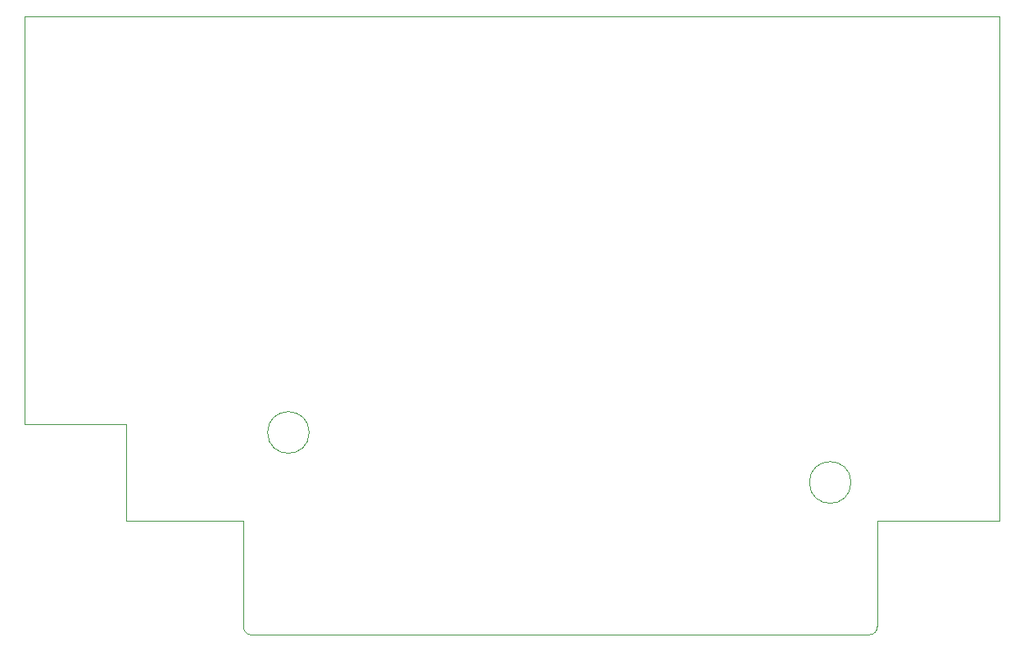
<source format=gbr>
%TF.GenerationSoftware,KiCad,Pcbnew,7.0.1*%
%TF.CreationDate,2023-06-02T18:32:51+09:00*%
%TF.ProjectId,project2_2,70726f6a-6563-4743-925f-322e6b696361,rev?*%
%TF.SameCoordinates,Original*%
%TF.FileFunction,Profile,NP*%
%FSLAX46Y46*%
G04 Gerber Fmt 4.6, Leading zero omitted, Abs format (unit mm)*
G04 Created by KiCad (PCBNEW 7.0.1) date 2023-06-02 18:32:51*
%MOMM*%
%LPD*%
G01*
G04 APERTURE LIST*
%TA.AperFunction,Profile*%
%ADD10C,0.100000*%
%TD*%
G04 APERTURE END LIST*
D10*
X107202515Y-88180088D02*
X207902628Y-88207667D01*
X207902628Y-88207667D02*
X207908887Y-140368070D01*
X195310294Y-151310507D02*
X195310205Y-140365116D01*
X195310205Y-140365116D02*
X207908887Y-140368070D01*
X107207706Y-130396795D02*
X107202515Y-88180088D01*
X117689581Y-140349632D02*
X117690672Y-130401694D01*
X129799113Y-151325941D02*
G75*
G03*
X130637804Y-152162490I838687J2141D01*
G01*
X130637804Y-152162490D02*
X194498184Y-152134642D01*
X117690672Y-130401694D02*
X107207706Y-130396795D01*
X192584574Y-136387476D02*
G75*
G03*
X192584574Y-136387476I-2149889J0D01*
G01*
X136583355Y-131219302D02*
G75*
G03*
X136583355Y-131219302I-2148718J0D01*
G01*
X194498183Y-152134605D02*
G75*
G03*
X195310294Y-151310507I-12083J824105D01*
G01*
X117689581Y-140349632D02*
X129789825Y-140354063D01*
X129789825Y-140354063D02*
X129799080Y-151325941D01*
M02*

</source>
